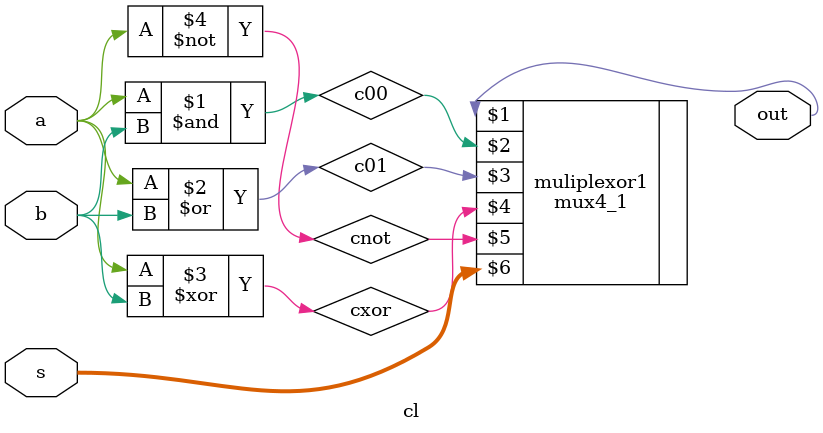
<source format=v>
/*                                           OBJETIVO 2 PARTE 2.1
                          Implementar una “celda lógica” con el prototipo siguiente:
                           cl(output wire out, input wire a, b, input wire [1:0] S);

               Dicha celda lógica calculará sobre los bits a y b las operaciones lógicas and, or, xor e inversión del bit a
                                   cuando el vector de dos bits s vale 00, 01, 10 y 11 respectivamente.*/



module cl(output wire out, input  wire a, b, input wire [1:0] s);

	wire c00, c01, cxor, cnot; // DECLARANDO CABLES DE SALIDA PARA CADA PUERTA RESPECTIVAMENTE
	and	and1(c00, a, b);       //DECLARANDO PUERTA AND
	or	or1(c01, a, b);        //DECLARANDO PUERTA OR
	xor	puertaxor(cxor, a, b); //DECLARANDO PUERTA XOR
	not 	not1(cnot,a);      // DECLARANDO PUERTA NOT
	
	mux4_1 muliplexor1(out, c00, c01, cxor, cnot, s); //MUX 4:1 QUE RECIBE COMO ENTRADA LAS SALIDAS DE LAS PUERTAS LOGICAS REALIZADAS ANTERIORMENTE
	                                                  //  UNA SENAL S Y UNA OUT QUE VIENE DE LA CL

endmodule
</source>
